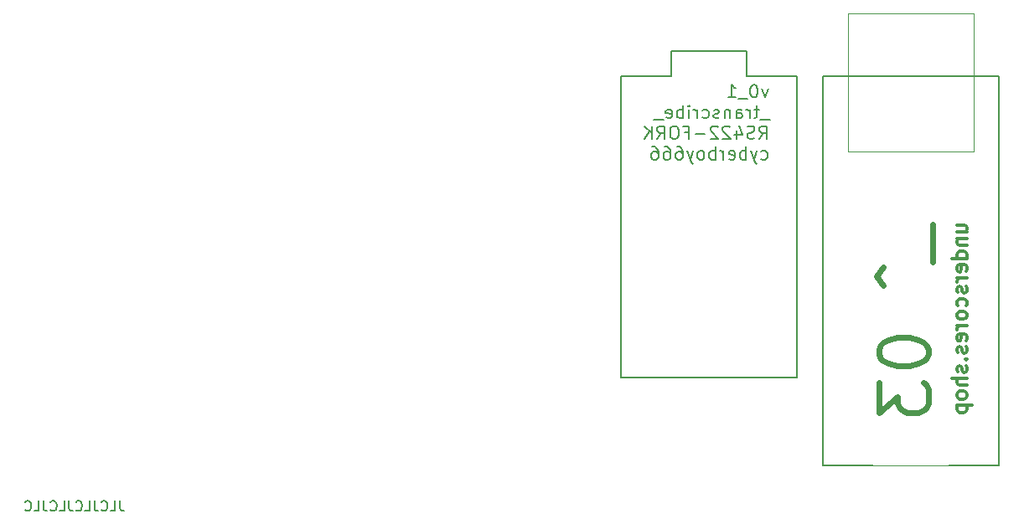
<source format=gbo>
G04 #@! TF.GenerationSoftware,KiCad,Pcbnew,6.0.5*
G04 #@! TF.CreationDate,2022-08-11T19:52:30+02:00*
G04 #@! TF.ProjectId,_transcribe_,5f747261-6e73-4637-9269-62655f2e6b69,v0_1*
G04 #@! TF.SameCoordinates,Original*
G04 #@! TF.FileFunction,Legend,Bot*
G04 #@! TF.FilePolarity,Positive*
%FSLAX46Y46*%
G04 Gerber Fmt 4.6, Leading zero omitted, Abs format (unit mm)*
G04 Created by KiCad (PCBNEW 6.0.5) date 2022-08-11 19:52:30*
%MOMM*%
%LPD*%
G01*
G04 APERTURE LIST*
%ADD10C,0.600000*%
%ADD11C,0.150000*%
%ADD12C,0.300000*%
%ADD13C,0.200000*%
%ADD14C,0.120000*%
G04 APERTURE END LIST*
D10*
X-197661904Y774600000D02*
X-197661904Y770790476D01*
X-202661904Y770314285D02*
X-203376190Y769361904D01*
X-202661904Y768409523D01*
X-203138095Y761980952D02*
X-203138095Y761504761D01*
X-202900000Y761028571D01*
X-202661904Y760790476D01*
X-202185714Y760552380D01*
X-201233333Y760314285D01*
X-200042857Y760314285D01*
X-199090476Y760552380D01*
X-198614285Y760790476D01*
X-198376190Y761028571D01*
X-198138095Y761504761D01*
X-198138095Y761980952D01*
X-198376190Y762457142D01*
X-198614285Y762695238D01*
X-199090476Y762933333D01*
X-200042857Y763171428D01*
X-201233333Y763171428D01*
X-202185714Y762933333D01*
X-202661904Y762695238D01*
X-202900000Y762457142D01*
X-203138095Y761980952D01*
X-203138095Y758647619D02*
X-203138095Y755552380D01*
X-201233333Y757219047D01*
X-201233333Y756504761D01*
X-200995238Y756028571D01*
X-200757142Y755790476D01*
X-200280952Y755552380D01*
X-199090476Y755552380D01*
X-198614285Y755790476D01*
X-198376190Y756028571D01*
X-198138095Y756504761D01*
X-198138095Y757933333D01*
X-198376190Y758409523D01*
X-198614285Y758647619D01*
D11*
X-279805952Y746647619D02*
X-279805952Y745933333D01*
X-279758333Y745790476D01*
X-279663095Y745695238D01*
X-279520238Y745647619D01*
X-279425000Y745647619D01*
X-280758333Y745647619D02*
X-280282142Y745647619D01*
X-280282142Y746647619D01*
X-281663095Y745742857D02*
X-281615476Y745695238D01*
X-281472619Y745647619D01*
X-281377380Y745647619D01*
X-281234523Y745695238D01*
X-281139285Y745790476D01*
X-281091666Y745885714D01*
X-281044047Y746076190D01*
X-281044047Y746219047D01*
X-281091666Y746409523D01*
X-281139285Y746504761D01*
X-281234523Y746600000D01*
X-281377380Y746647619D01*
X-281472619Y746647619D01*
X-281615476Y746600000D01*
X-281663095Y746552380D01*
X-282377380Y746647619D02*
X-282377380Y745933333D01*
X-282329761Y745790476D01*
X-282234523Y745695238D01*
X-282091666Y745647619D01*
X-281996428Y745647619D01*
X-283329761Y745647619D02*
X-282853571Y745647619D01*
X-282853571Y746647619D01*
X-284234523Y745742857D02*
X-284186904Y745695238D01*
X-284044047Y745647619D01*
X-283948809Y745647619D01*
X-283805952Y745695238D01*
X-283710714Y745790476D01*
X-283663095Y745885714D01*
X-283615476Y746076190D01*
X-283615476Y746219047D01*
X-283663095Y746409523D01*
X-283710714Y746504761D01*
X-283805952Y746600000D01*
X-283948809Y746647619D01*
X-284044047Y746647619D01*
X-284186904Y746600000D01*
X-284234523Y746552380D01*
X-284948809Y746647619D02*
X-284948809Y745933333D01*
X-284901190Y745790476D01*
X-284805952Y745695238D01*
X-284663095Y745647619D01*
X-284567857Y745647619D01*
X-285901190Y745647619D02*
X-285425000Y745647619D01*
X-285425000Y746647619D01*
X-286805952Y745742857D02*
X-286758333Y745695238D01*
X-286615476Y745647619D01*
X-286520238Y745647619D01*
X-286377380Y745695238D01*
X-286282142Y745790476D01*
X-286234523Y745885714D01*
X-286186904Y746076190D01*
X-286186904Y746219047D01*
X-286234523Y746409523D01*
X-286282142Y746504761D01*
X-286377380Y746600000D01*
X-286520238Y746647619D01*
X-286615476Y746647619D01*
X-286758333Y746600000D01*
X-286805952Y746552380D01*
X-287520238Y746647619D02*
X-287520238Y745933333D01*
X-287472619Y745790476D01*
X-287377380Y745695238D01*
X-287234523Y745647619D01*
X-287139285Y745647619D01*
X-288472619Y745647619D02*
X-287996428Y745647619D01*
X-287996428Y746647619D01*
X-289377380Y745742857D02*
X-289329761Y745695238D01*
X-289186904Y745647619D01*
X-289091666Y745647619D01*
X-288948809Y745695238D01*
X-288853571Y745790476D01*
X-288805952Y745885714D01*
X-288758333Y746076190D01*
X-288758333Y746219047D01*
X-288805952Y746409523D01*
X-288853571Y746504761D01*
X-288948809Y746600000D01*
X-289091666Y746647619D01*
X-289186904Y746647619D01*
X-289329761Y746600000D01*
X-289377380Y746552380D01*
D12*
X-195221428Y773885714D02*
X-194221428Y773885714D01*
X-195221428Y774528571D02*
X-194435714Y774528571D01*
X-194292857Y774457142D01*
X-194221428Y774314285D01*
X-194221428Y774100000D01*
X-194292857Y773957142D01*
X-194364285Y773885714D01*
X-195221428Y773171428D02*
X-194221428Y773171428D01*
X-195078571Y773171428D02*
X-195150000Y773100000D01*
X-195221428Y772957142D01*
X-195221428Y772742857D01*
X-195150000Y772600000D01*
X-195007142Y772528571D01*
X-194221428Y772528571D01*
X-194221428Y771171428D02*
X-195721428Y771171428D01*
X-194292857Y771171428D02*
X-194221428Y771314285D01*
X-194221428Y771600000D01*
X-194292857Y771742857D01*
X-194364285Y771814285D01*
X-194507142Y771885714D01*
X-194935714Y771885714D01*
X-195078571Y771814285D01*
X-195150000Y771742857D01*
X-195221428Y771600000D01*
X-195221428Y771314285D01*
X-195150000Y771171428D01*
X-194292857Y769885714D02*
X-194221428Y770028571D01*
X-194221428Y770314285D01*
X-194292857Y770457142D01*
X-194435714Y770528571D01*
X-195007142Y770528571D01*
X-195150000Y770457142D01*
X-195221428Y770314285D01*
X-195221428Y770028571D01*
X-195150000Y769885714D01*
X-195007142Y769814285D01*
X-194864285Y769814285D01*
X-194721428Y770528571D01*
X-194221428Y769171428D02*
X-195221428Y769171428D01*
X-194935714Y769171428D02*
X-195078571Y769100000D01*
X-195150000Y769028571D01*
X-195221428Y768885714D01*
X-195221428Y768742857D01*
X-194292857Y768314285D02*
X-194221428Y768171428D01*
X-194221428Y767885714D01*
X-194292857Y767742857D01*
X-194435714Y767671428D01*
X-194507142Y767671428D01*
X-194650000Y767742857D01*
X-194721428Y767885714D01*
X-194721428Y768100000D01*
X-194792857Y768242857D01*
X-194935714Y768314285D01*
X-195007142Y768314285D01*
X-195150000Y768242857D01*
X-195221428Y768100000D01*
X-195221428Y767885714D01*
X-195150000Y767742857D01*
X-194292857Y766385714D02*
X-194221428Y766528571D01*
X-194221428Y766814285D01*
X-194292857Y766957142D01*
X-194364285Y767028571D01*
X-194507142Y767100000D01*
X-194935714Y767100000D01*
X-195078571Y767028571D01*
X-195150000Y766957142D01*
X-195221428Y766814285D01*
X-195221428Y766528571D01*
X-195150000Y766385714D01*
X-194221428Y765528571D02*
X-194292857Y765671428D01*
X-194364285Y765742857D01*
X-194507142Y765814285D01*
X-194935714Y765814285D01*
X-195078571Y765742857D01*
X-195150000Y765671428D01*
X-195221428Y765528571D01*
X-195221428Y765314285D01*
X-195150000Y765171428D01*
X-195078571Y765100000D01*
X-194935714Y765028571D01*
X-194507142Y765028571D01*
X-194364285Y765100000D01*
X-194292857Y765171428D01*
X-194221428Y765314285D01*
X-194221428Y765528571D01*
X-194221428Y764385714D02*
X-195221428Y764385714D01*
X-194935714Y764385714D02*
X-195078571Y764314285D01*
X-195150000Y764242857D01*
X-195221428Y764100000D01*
X-195221428Y763957142D01*
X-194292857Y762885714D02*
X-194221428Y763028571D01*
X-194221428Y763314285D01*
X-194292857Y763457142D01*
X-194435714Y763528571D01*
X-195007142Y763528571D01*
X-195150000Y763457142D01*
X-195221428Y763314285D01*
X-195221428Y763028571D01*
X-195150000Y762885714D01*
X-195007142Y762814285D01*
X-194864285Y762814285D01*
X-194721428Y763528571D01*
X-194292857Y762242857D02*
X-194221428Y762100000D01*
X-194221428Y761814285D01*
X-194292857Y761671428D01*
X-194435714Y761600000D01*
X-194507142Y761600000D01*
X-194650000Y761671428D01*
X-194721428Y761814285D01*
X-194721428Y762028571D01*
X-194792857Y762171428D01*
X-194935714Y762242857D01*
X-195007142Y762242857D01*
X-195150000Y762171428D01*
X-195221428Y762028571D01*
X-195221428Y761814285D01*
X-195150000Y761671428D01*
X-194364285Y760957142D02*
X-194292857Y760885714D01*
X-194221428Y760957142D01*
X-194292857Y761028571D01*
X-194364285Y760957142D01*
X-194221428Y760957142D01*
X-194292857Y760314285D02*
X-194221428Y760171428D01*
X-194221428Y759885714D01*
X-194292857Y759742857D01*
X-194435714Y759671428D01*
X-194507142Y759671428D01*
X-194650000Y759742857D01*
X-194721428Y759885714D01*
X-194721428Y760100000D01*
X-194792857Y760242857D01*
X-194935714Y760314285D01*
X-195007142Y760314285D01*
X-195150000Y760242857D01*
X-195221428Y760100000D01*
X-195221428Y759885714D01*
X-195150000Y759742857D01*
X-194221428Y759028571D02*
X-195721428Y759028571D01*
X-194221428Y758385714D02*
X-195007142Y758385714D01*
X-195150000Y758457142D01*
X-195221428Y758600000D01*
X-195221428Y758814285D01*
X-195150000Y758957142D01*
X-195078571Y759028571D01*
X-194221428Y757457142D02*
X-194292857Y757600000D01*
X-194364285Y757671428D01*
X-194507142Y757742857D01*
X-194935714Y757742857D01*
X-195078571Y757671428D01*
X-195150000Y757600000D01*
X-195221428Y757457142D01*
X-195221428Y757242857D01*
X-195150000Y757100000D01*
X-195078571Y757028571D01*
X-194935714Y756957142D01*
X-194507142Y756957142D01*
X-194364285Y757028571D01*
X-194292857Y757100000D01*
X-194221428Y757242857D01*
X-194221428Y757457142D01*
X-195221428Y756314285D02*
X-193721428Y756314285D01*
X-195150000Y756314285D02*
X-195221428Y756171428D01*
X-195221428Y755885714D01*
X-195150000Y755742857D01*
X-195078571Y755671428D01*
X-194935714Y755600000D01*
X-194507142Y755600000D01*
X-194364285Y755671428D01*
X-194292857Y755742857D01*
X-194221428Y755885714D01*
X-194221428Y756171428D01*
X-194292857Y756314285D01*
D13*
X-214315714Y788318071D02*
X-214625238Y787451404D01*
X-214934761Y788318071D01*
X-215677619Y788751404D02*
X-215801428Y788751404D01*
X-215925238Y788689500D01*
X-215987142Y788627595D01*
X-216049047Y788503785D01*
X-216110952Y788256166D01*
X-216110952Y787946642D01*
X-216049047Y787699023D01*
X-215987142Y787575214D01*
X-215925238Y787513309D01*
X-215801428Y787451404D01*
X-215677619Y787451404D01*
X-215553809Y787513309D01*
X-215491904Y787575214D01*
X-215430000Y787699023D01*
X-215368095Y787946642D01*
X-215368095Y788256166D01*
X-215430000Y788503785D01*
X-215491904Y788627595D01*
X-215553809Y788689500D01*
X-215677619Y788751404D01*
X-216358571Y787327595D02*
X-217349047Y787327595D01*
X-218339523Y787451404D02*
X-217596666Y787451404D01*
X-217968095Y787451404D02*
X-217968095Y788751404D01*
X-217844285Y788565690D01*
X-217720476Y788441880D01*
X-217596666Y788379976D01*
X-214130000Y785234595D02*
X-215120476Y785234595D01*
X-215244285Y786225071D02*
X-215739523Y786225071D01*
X-215430000Y786658404D02*
X-215430000Y785544119D01*
X-215491904Y785420309D01*
X-215615714Y785358404D01*
X-215739523Y785358404D01*
X-216172857Y785358404D02*
X-216172857Y786225071D01*
X-216172857Y785977452D02*
X-216234761Y786101261D01*
X-216296666Y786163166D01*
X-216420476Y786225071D01*
X-216544285Y786225071D01*
X-217534761Y785358404D02*
X-217534761Y786039357D01*
X-217472857Y786163166D01*
X-217349047Y786225071D01*
X-217101428Y786225071D01*
X-216977619Y786163166D01*
X-217534761Y785420309D02*
X-217410952Y785358404D01*
X-217101428Y785358404D01*
X-216977619Y785420309D01*
X-216915714Y785544119D01*
X-216915714Y785667928D01*
X-216977619Y785791738D01*
X-217101428Y785853642D01*
X-217410952Y785853642D01*
X-217534761Y785915547D01*
X-218153809Y786225071D02*
X-218153809Y785358404D01*
X-218153809Y786101261D02*
X-218215714Y786163166D01*
X-218339523Y786225071D01*
X-218525238Y786225071D01*
X-218649047Y786163166D01*
X-218710952Y786039357D01*
X-218710952Y785358404D01*
X-219268095Y785420309D02*
X-219391904Y785358404D01*
X-219639523Y785358404D01*
X-219763333Y785420309D01*
X-219825238Y785544119D01*
X-219825238Y785606023D01*
X-219763333Y785729833D01*
X-219639523Y785791738D01*
X-219453809Y785791738D01*
X-219330000Y785853642D01*
X-219268095Y785977452D01*
X-219268095Y786039357D01*
X-219330000Y786163166D01*
X-219453809Y786225071D01*
X-219639523Y786225071D01*
X-219763333Y786163166D01*
X-220939523Y785420309D02*
X-220815714Y785358404D01*
X-220568095Y785358404D01*
X-220444285Y785420309D01*
X-220382380Y785482214D01*
X-220320476Y785606023D01*
X-220320476Y785977452D01*
X-220382380Y786101261D01*
X-220444285Y786163166D01*
X-220568095Y786225071D01*
X-220815714Y786225071D01*
X-220939523Y786163166D01*
X-221496666Y785358404D02*
X-221496666Y786225071D01*
X-221496666Y785977452D02*
X-221558571Y786101261D01*
X-221620476Y786163166D01*
X-221744285Y786225071D01*
X-221868095Y786225071D01*
X-222301428Y785358404D02*
X-222301428Y786225071D01*
X-222301428Y786658404D02*
X-222239523Y786596500D01*
X-222301428Y786534595D01*
X-222363333Y786596500D01*
X-222301428Y786658404D01*
X-222301428Y786534595D01*
X-222920476Y785358404D02*
X-222920476Y786658404D01*
X-222920476Y786163166D02*
X-223044285Y786225071D01*
X-223291904Y786225071D01*
X-223415714Y786163166D01*
X-223477619Y786101261D01*
X-223539523Y785977452D01*
X-223539523Y785606023D01*
X-223477619Y785482214D01*
X-223415714Y785420309D01*
X-223291904Y785358404D01*
X-223044285Y785358404D01*
X-222920476Y785420309D01*
X-224591904Y785420309D02*
X-224468095Y785358404D01*
X-224220476Y785358404D01*
X-224096666Y785420309D01*
X-224034761Y785544119D01*
X-224034761Y786039357D01*
X-224096666Y786163166D01*
X-224220476Y786225071D01*
X-224468095Y786225071D01*
X-224591904Y786163166D01*
X-224653809Y786039357D01*
X-224653809Y785915547D01*
X-224034761Y785791738D01*
X-224901428Y785234595D02*
X-225891904Y785234595D01*
X-215182380Y783265404D02*
X-214749047Y783884452D01*
X-214439523Y783265404D02*
X-214439523Y784565404D01*
X-214934761Y784565404D01*
X-215058571Y784503500D01*
X-215120476Y784441595D01*
X-215182380Y784317785D01*
X-215182380Y784132071D01*
X-215120476Y784008261D01*
X-215058571Y783946357D01*
X-214934761Y783884452D01*
X-214439523Y783884452D01*
X-215677619Y783327309D02*
X-215863333Y783265404D01*
X-216172857Y783265404D01*
X-216296666Y783327309D01*
X-216358571Y783389214D01*
X-216420476Y783513023D01*
X-216420476Y783636833D01*
X-216358571Y783760642D01*
X-216296666Y783822547D01*
X-216172857Y783884452D01*
X-215925238Y783946357D01*
X-215801428Y784008261D01*
X-215739523Y784070166D01*
X-215677619Y784193976D01*
X-215677619Y784317785D01*
X-215739523Y784441595D01*
X-215801428Y784503500D01*
X-215925238Y784565404D01*
X-216234761Y784565404D01*
X-216420476Y784503500D01*
X-217534761Y784132071D02*
X-217534761Y783265404D01*
X-217225238Y784627309D02*
X-216915714Y783698738D01*
X-217720476Y783698738D01*
X-218153809Y784441595D02*
X-218215714Y784503500D01*
X-218339523Y784565404D01*
X-218649047Y784565404D01*
X-218772857Y784503500D01*
X-218834761Y784441595D01*
X-218896666Y784317785D01*
X-218896666Y784193976D01*
X-218834761Y784008261D01*
X-218091904Y783265404D01*
X-218896666Y783265404D01*
X-219391904Y784441595D02*
X-219453809Y784503500D01*
X-219577619Y784565404D01*
X-219887142Y784565404D01*
X-220010952Y784503500D01*
X-220072857Y784441595D01*
X-220134761Y784317785D01*
X-220134761Y784193976D01*
X-220072857Y784008261D01*
X-219330000Y783265404D01*
X-220134761Y783265404D01*
X-220691904Y783760642D02*
X-221682380Y783760642D01*
X-222734761Y783946357D02*
X-222301428Y783946357D01*
X-222301428Y783265404D02*
X-222301428Y784565404D01*
X-222920476Y784565404D01*
X-223663333Y784565404D02*
X-223910952Y784565404D01*
X-224034761Y784503500D01*
X-224158571Y784379690D01*
X-224220476Y784132071D01*
X-224220476Y783698738D01*
X-224158571Y783451119D01*
X-224034761Y783327309D01*
X-223910952Y783265404D01*
X-223663333Y783265404D01*
X-223539523Y783327309D01*
X-223415714Y783451119D01*
X-223353809Y783698738D01*
X-223353809Y784132071D01*
X-223415714Y784379690D01*
X-223539523Y784503500D01*
X-223663333Y784565404D01*
X-225520476Y783265404D02*
X-225087142Y783884452D01*
X-224777619Y783265404D02*
X-224777619Y784565404D01*
X-225272857Y784565404D01*
X-225396666Y784503500D01*
X-225458571Y784441595D01*
X-225520476Y784317785D01*
X-225520476Y784132071D01*
X-225458571Y784008261D01*
X-225396666Y783946357D01*
X-225272857Y783884452D01*
X-224777619Y783884452D01*
X-226077619Y783265404D02*
X-226077619Y784565404D01*
X-226820476Y783265404D02*
X-226263333Y784008261D01*
X-226820476Y784565404D02*
X-226077619Y783822547D01*
X-214996666Y781234309D02*
X-214872857Y781172404D01*
X-214625238Y781172404D01*
X-214501428Y781234309D01*
X-214439523Y781296214D01*
X-214377619Y781420023D01*
X-214377619Y781791452D01*
X-214439523Y781915261D01*
X-214501428Y781977166D01*
X-214625238Y782039071D01*
X-214872857Y782039071D01*
X-214996666Y781977166D01*
X-215430000Y782039071D02*
X-215739523Y781172404D01*
X-216049047Y782039071D02*
X-215739523Y781172404D01*
X-215615714Y780862880D01*
X-215553809Y780800976D01*
X-215430000Y780739071D01*
X-216544285Y781172404D02*
X-216544285Y782472404D01*
X-216544285Y781977166D02*
X-216668095Y782039071D01*
X-216915714Y782039071D01*
X-217039523Y781977166D01*
X-217101428Y781915261D01*
X-217163333Y781791452D01*
X-217163333Y781420023D01*
X-217101428Y781296214D01*
X-217039523Y781234309D01*
X-216915714Y781172404D01*
X-216668095Y781172404D01*
X-216544285Y781234309D01*
X-218215714Y781234309D02*
X-218091904Y781172404D01*
X-217844285Y781172404D01*
X-217720476Y781234309D01*
X-217658571Y781358119D01*
X-217658571Y781853357D01*
X-217720476Y781977166D01*
X-217844285Y782039071D01*
X-218091904Y782039071D01*
X-218215714Y781977166D01*
X-218277619Y781853357D01*
X-218277619Y781729547D01*
X-217658571Y781605738D01*
X-218834761Y781172404D02*
X-218834761Y782039071D01*
X-218834761Y781791452D02*
X-218896666Y781915261D01*
X-218958571Y781977166D01*
X-219082380Y782039071D01*
X-219206190Y782039071D01*
X-219639523Y781172404D02*
X-219639523Y782472404D01*
X-219639523Y781977166D02*
X-219763333Y782039071D01*
X-220010952Y782039071D01*
X-220134761Y781977166D01*
X-220196666Y781915261D01*
X-220258571Y781791452D01*
X-220258571Y781420023D01*
X-220196666Y781296214D01*
X-220134761Y781234309D01*
X-220010952Y781172404D01*
X-219763333Y781172404D01*
X-219639523Y781234309D01*
X-221001428Y781172404D02*
X-220877619Y781234309D01*
X-220815714Y781296214D01*
X-220753809Y781420023D01*
X-220753809Y781791452D01*
X-220815714Y781915261D01*
X-220877619Y781977166D01*
X-221001428Y782039071D01*
X-221187142Y782039071D01*
X-221310952Y781977166D01*
X-221372857Y781915261D01*
X-221434761Y781791452D01*
X-221434761Y781420023D01*
X-221372857Y781296214D01*
X-221310952Y781234309D01*
X-221187142Y781172404D01*
X-221001428Y781172404D01*
X-221868095Y782039071D02*
X-222177619Y781172404D01*
X-222487142Y782039071D02*
X-222177619Y781172404D01*
X-222053809Y780862880D01*
X-221991904Y780800976D01*
X-221868095Y780739071D01*
X-223539523Y782472404D02*
X-223291904Y782472404D01*
X-223168095Y782410500D01*
X-223106190Y782348595D01*
X-222982380Y782162880D01*
X-222920476Y781915261D01*
X-222920476Y781420023D01*
X-222982380Y781296214D01*
X-223044285Y781234309D01*
X-223168095Y781172404D01*
X-223415714Y781172404D01*
X-223539523Y781234309D01*
X-223601428Y781296214D01*
X-223663333Y781420023D01*
X-223663333Y781729547D01*
X-223601428Y781853357D01*
X-223539523Y781915261D01*
X-223415714Y781977166D01*
X-223168095Y781977166D01*
X-223044285Y781915261D01*
X-222982380Y781853357D01*
X-222920476Y781729547D01*
X-224777619Y782472404D02*
X-224530000Y782472404D01*
X-224406190Y782410500D01*
X-224344285Y782348595D01*
X-224220476Y782162880D01*
X-224158571Y781915261D01*
X-224158571Y781420023D01*
X-224220476Y781296214D01*
X-224282380Y781234309D01*
X-224406190Y781172404D01*
X-224653809Y781172404D01*
X-224777619Y781234309D01*
X-224839523Y781296214D01*
X-224901428Y781420023D01*
X-224901428Y781729547D01*
X-224839523Y781853357D01*
X-224777619Y781915261D01*
X-224653809Y781977166D01*
X-224406190Y781977166D01*
X-224282380Y781915261D01*
X-224220476Y781853357D01*
X-224158571Y781729547D01*
X-226015714Y782472404D02*
X-225768095Y782472404D01*
X-225644285Y782410500D01*
X-225582380Y782348595D01*
X-225458571Y782162880D01*
X-225396666Y781915261D01*
X-225396666Y781420023D01*
X-225458571Y781296214D01*
X-225520476Y781234309D01*
X-225644285Y781172404D01*
X-225891904Y781172404D01*
X-226015714Y781234309D01*
X-226077619Y781296214D01*
X-226139523Y781420023D01*
X-226139523Y781729547D01*
X-226077619Y781853357D01*
X-226015714Y781915261D01*
X-225891904Y781977166D01*
X-225644285Y781977166D01*
X-225520476Y781915261D01*
X-225458571Y781853357D01*
X-225396666Y781729547D01*
D11*
X-224110000Y789640000D02*
X-224110000Y792180000D01*
X-216490000Y792180000D02*
X-216490000Y789640000D01*
X-224110000Y792180000D02*
X-216490000Y792180000D01*
X-211410000Y759160000D02*
X-229190000Y759160000D01*
X-229190000Y759160000D02*
X-229190000Y789640000D01*
X-229190000Y789640000D02*
X-224110000Y789640000D01*
X-216490000Y789640000D02*
X-211410000Y789640000D01*
X-211410000Y789640000D02*
X-211410000Y759160000D01*
D14*
X-193550000Y782010000D02*
X-193550000Y795980000D01*
X-203710000Y750260000D02*
X-196090000Y750260000D01*
X-206250000Y782010000D02*
X-193550000Y782010000D01*
D11*
X-203710000Y750260000D02*
X-208790000Y750260000D01*
X-208790000Y750260000D02*
X-208790000Y789630000D01*
X-208790000Y789630000D02*
X-191010000Y789630000D01*
X-191010000Y750260000D02*
X-196090000Y750260000D01*
D14*
X-206250000Y795980000D02*
X-206250000Y782010000D01*
D11*
X-191010000Y789630000D02*
X-191010000Y750260000D01*
D14*
X-193550000Y795980000D02*
X-206250000Y795980000D01*
M02*

</source>
